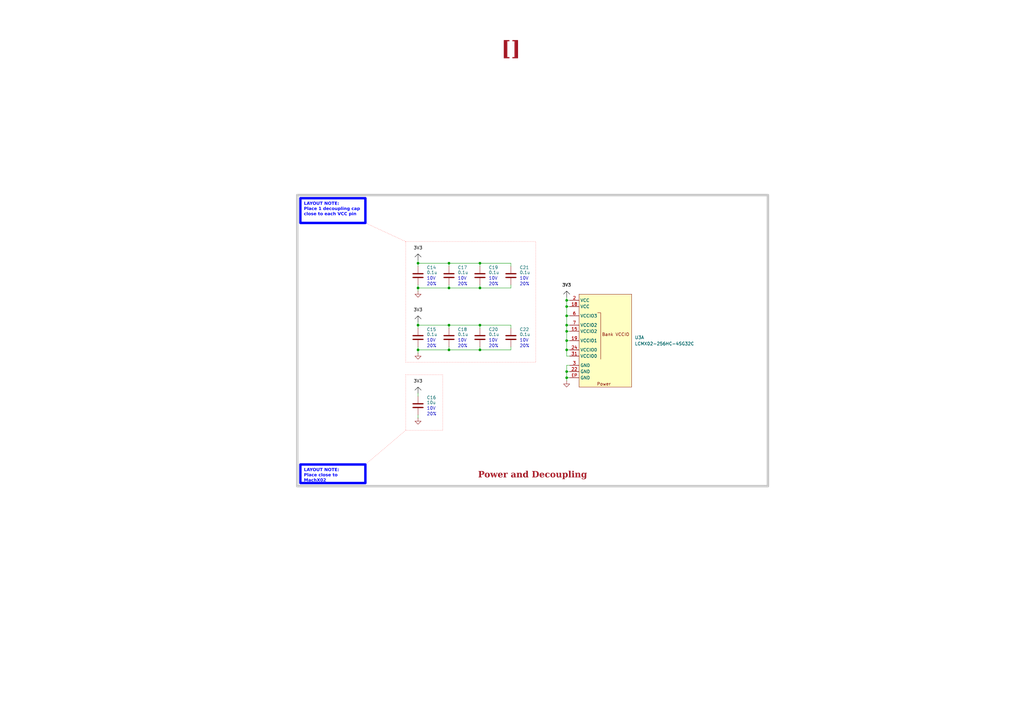
<source format=kicad_sch>
(kicad_sch (version 20250114) (generator "eeschema") (generator_version "9.0")
  (paper "A3")
  (title_block (title "Sheet Title A") (date "Last Modified Date") (rev "${REVISION}") (company "${COMPANY}"))
  (lib_symbols
    (symbol "0_FPGA:LCMX02-256HC-4SG32C"
      (property "Reference" "U" (at 10.668 16.51 0))
      (property "Value" "LCMX02-256HC-4SG32C" (at 0.254 -24.13 0))
      (symbol "LCMX02-256HC-4SG32C_1_1"
        (rectangle (start -10.16 15.24) (end 11.43 -22.86) (fill (type background)))
        (polyline (pts (xy -2.54 7.62) (xy -1.27 7.62) (xy -1.27 -11.43)))
        (text "Power" (at 0 -21.59 0) (effects (font (size 1.27 1.27))))
        (text "Bank VCCIO" (at 4.826 -1.27 0) (effects (font (size 1.27 1.27))))
        (pin power_in line (at -13.97 12.7 0) (length 3.81) (name "VCC") (number "2"))
        (pin power_in line (at -13.97 10.16 0) (length 3.81) (name "VCC") (number "18"))
        (pin power_in line (at -13.97 6.35 0) (length 3.81) (name "VCCIO3") (number "6"))
        (pin power_in line (at -13.97 2.54 0) (length 3.81) (name "VCCIO2") (number "7"))
        (pin power_in line (at -13.97 0 0) (length 3.81) (name "VCCIO2") (number "15"))
        (pin power_in line (at -13.97 -3.81 0) (length 3.81) (name "VCCIO1") (number "19"))
        (pin power_in line (at -13.97 -7.62 0) (length 3.81) (name "VCCIO0") (number "24"))
        (pin power_in line (at -13.97 -10.16 0) (length 3.81) (name "VCCIO0") (number "31"))
        (pin power_in line (at -13.97 -13.97 0) (length 3.81) (name "GND") (number "3"))
        (pin power_in line (at -13.97 -16.51 0) (length 3.81) (name "GND") (number "22"))
        (pin power_in line (at -13.97 -19.05 0) (length 3.81) (name "GND") (number "EP"))
      )
      (symbol "LCMX02-256HC-4SG32C_2_1"
        (rectangle (start -10.16 13.97) (end 11.43 -11.43) (fill (type background)))
        (text "JTAG Interface" (at 0.254 -9.906 0) (effects (font (size 1.27 1.27))))
        (text "Bank 0" (at 0.508 11.938 0) (effects (font (size 1.27 1.27))))
        (pin input line (at -12.7 7.62 0) (length 2.54) (name "JTAGENB/PT9A") (number "26"))
        (pin input line (at -12.7 3.81 0) (length 2.54) (name "TCK/PT7A") (number "30"))
        (pin input line (at -12.7 1.27 0) (length 2.54) (name "TDI/PT6D") (number "32"))
        (pin input line (at -12.7 -1.27 0) (length 2.54) (name "TMS/PT7B") (number "29"))
        (pin output line (at -12.7 -5.08 0) (length 2.54) (name "TDO/PT6C") (number "1"))
      )
      (symbol "LCMX02-256HC-4SG32C_3_1"
        (rectangle (start -16.51 17.78) (end 17.78 -17.78) (fill (type background)))
        (polyline (pts (xy -11.43 16.51) (xy -10.16 16.51) (xy -10.16 11.43)))
        (polyline (pts (xy -11.43 10.16) (xy -10.16 10.16) (xy -10.16 -12.7)))
        (polyline (pts (xy 1.27 -2.54) (xy 0 -2.54) (xy 0 -12.7)))
        (polyline (pts (xy 12.7 16.51) (xy 11.43 16.51) (xy 11.43 11.43)))
        (text "Bank 3" (at -6.35 14.224 0) (effects (font (size 1.27 1.27))))
        (text "Bank 2" (at -6.35 0 0) (effects (font (size 1.27 1.27))))
        (text "Bank 0" (at -4.064 -7.62 0) (effects (font (size 1.27 1.27))))
        (text "IO" (at 0 -16.51 0) (effects (font (size 1.27 1.27))))
        (text "Bank 1" (at 7.366 13.97 0) (effects (font (size 1.27 1.27))))
        (pin bidirectional line (at -19.05 15.24 0) (length 2.54) (name "PL5C") (number "4"))
        (pin bidirectional line (at -19.05 12.7 0) (length 2.54) (name "PL5D") (number "5"))
        (pin bidirectional line (at -19.05 8.89 0) (length 2.54) (name "PB2A") (number "8"))
        (pin bidirectional line (at -19.05 6.35 0) (length 2.54) (name "PB2C") (number "9"))
        (pin bidirectional line (at -19.05 3.81 0) (length 2.54) (name "PB2D") (number "10"))
        (pin bidirectional line (at -19.05 1.27 0) (length 2.54) (name "PB4A") (number "11"))
        (pin bidirectional line (at -19.05 -1.27 0) (length 2.54) (name "PB4B") (number "12"))
        (pin bidirectional line (at -19.05 -3.81 0) (length 2.54) (name "PB4C") (number "13"))
        (pin bidirectional line (at -19.05 -6.35 0) (length 2.54) (name "PB4D") (number "14"))
        (pin bidirectional line (at -19.05 -8.89 0) (length 2.54) (name "PB9A") (number "16"))
        (pin bidirectional line (at -19.05 -11.43 0) (length 2.54) (name "PB9B") (number "17"))
        (pin bidirectional line (at 20.32 15.24 180) (length 2.54) (name "PR5B") (number "20"))
        (pin bidirectional line (at 20.32 12.7 180) (length 2.54) (name "PR5A") (number "21"))
        (pin bidirectional line (at 20.32 -3.81 180) (length 2.54) (name "PT9D/DONE") (number "23"))
        (pin bidirectional line (at 20.32 -6.35 180) (length 2.54) (name "PT9B/PROGRAMN") (number "25"))
        (pin bidirectional line (at 20.32 -8.89 180) (length 2.54) (name "PT8D") (number "27"))
        (pin bidirectional line (at 20.32 -11.43 180) (length 2.54) (name "PT8C") (number "28"))
      )
    )
    (symbol "0_Power_Rails:3V3" (power) (in_bom no) (on_board no)
      (property "Value" "3V3" (at 0.254 4.318 0))
      (symbol "3V3_1_1"
        (polyline (pts (xy 0 0) (xy 0 2.54) (xy -1.27 1.27) (xy 0 2.54) (xy 1.27 1.27)) (stroke (width 0) (color 0 0 0 1)))
        (pin power_in line (at 0 0 90) (length 0) (hide yes) (name "") (number ""))
      )
    )
    (symbol "Device:C" (pin_numbers (hide yes)) (pin_names (offset 0.254))
      (property "Reference" "C" (at 0.635 2.54 0))
      (property "Value" "C" (at 0.635 -2.54 0))
      (symbol "C_0_1"
        (polyline (pts (xy -2.032 0.762) (xy 2.032 0.762)) (stroke (width 0.508)))
        (polyline (pts (xy -2.032 -0.762) (xy 2.032 -0.762)) (stroke (width 0.508)))
      )
      (symbol "C_1_1"
        (pin passive line (at 0 3.81 270) (length 2.794) (name "~") (number "1"))
        (pin passive line (at 0 -3.81 90) (length 2.794) (name "~") (number "2"))
      )
    )
    (symbol "power:GND" (power) (pin_numbers (hide yes)) (pin_names (offset 0) (hide yes))
      (property "Value" "GND" (at 0 -3.81 0))
      (symbol "GND_0_1"
        (polyline (pts (xy 0 0) (xy 0 -1.27) (xy 1.27 -1.27) (xy 0 -2.54) (xy -1.27 -1.27) (xy 0 -1.27)))
      )
      (symbol "GND_1_1"
        (pin power_in line (at 0 0 270) (length 0) (name "~") (number "1"))
      )
    )
  )
  (rectangle (start 166.37 153.67) (end 181.61 176.53) (stroke (width 0) (type dot) (color 255 0 0 1)))
  (rectangle (start 166.37 99.06) (end 219.71 148.59) (stroke (width 0) (type dot) (color 255 0 0 1)))
  (rectangle (start 121.92 80.01) (end 314.96 199.39) (stroke (width 1) (color 200 200 200 1)))
  (text_box "LAYOUT NOTE:\nPlace close to MachX02" (at 123.19 190.5 0) (size 26.67 7.62) (margins 1.4525 1.4525 1.4525 1.4525) (stroke (width 1) (color 0 0 255 1)) (effects (font (size 1.27 1.27) (thickness 0.4) (bold yes)) (justify left top)))
  (text_box "LAYOUT NOTE:\nPlace 1 decoupling cap close to each VCC pin" (at 123.19 81.28 0) (size 26.67 10.16) (margins 1.4525 1.4525 1.4525 1.4525) (stroke (width 1) (color 0 0 255 1)) (effects (font (size 1.27 1.27) (thickness 0.4) (bold yes)) (justify left top)))
  (text_box "[${#}] ${SHEETNAME}" (at 12.7 12.7 0) (size 393.7 15.24) (margins 4.4999 4.4999 4.4999 4.4999) (stroke (width -0.0001)) (effects (font (size 6 6) (thickness 1.2) (bold yes))))
  (text_box "Power and Decoupling" (at 123.19 190.5 0) (size 190.5 7.62) (margins 1.9049 1.9049 1.9049 1.9049) (stroke (width -0.0001)) (effects (font (size 2.54 2.54) (thickness 0.508) (bold yes)) (justify bottom)))
  (junction (at 232.41 143.51))
  (junction (at 232.41 135.89))
  (junction (at 232.41 125.73))
  (junction (at 196.85 107.95))
  (junction (at 171.45 118.11))
  (junction (at 184.15 143.51))
  (junction (at 171.45 107.95))
  (junction (at 196.85 118.11))
  (junction (at 232.41 152.4))
  (junction (at 232.41 123.19))
  (junction (at 232.41 154.94))
  (junction (at 196.85 143.51))
  (junction (at 196.85 133.35))
  (junction (at 184.15 118.11))
  (junction (at 171.45 133.35))
  (junction (at 232.41 133.35))
  (junction (at 232.41 129.54))
  (junction (at 232.41 139.7))
  (junction (at 184.15 107.95))
  (junction (at 171.45 143.51))
  (junction (at 184.15 133.35))
  (wire (pts (xy 232.41 123.19) (xy 233.68 123.19)))
  (wire (pts (xy 232.41 125.73) (xy 232.41 129.54)))
  (polyline (pts (xy 166.37 176.53) (xy 149.86 190.5)) (stroke (width 0) (type dot) (color 255 0 0 1)))
  (wire (pts (xy 171.45 143.51) (xy 184.15 143.51)))
  (wire (pts (xy 196.85 133.35) (xy 209.55 133.35)))
  (wire (pts (xy 184.15 107.95) (xy 184.15 109.22)))
  (wire (pts (xy 171.45 116.84) (xy 171.45 118.11)))
  (wire (pts (xy 184.15 143.51) (xy 196.85 143.51)))
  (wire (pts (xy 196.85 118.11) (xy 209.55 118.11)))
  (wire (pts (xy 171.45 132.08) (xy 171.45 133.35)))
  (wire (pts (xy 196.85 133.35) (xy 196.85 134.62)))
  (wire (pts (xy 171.45 107.95) (xy 184.15 107.95)))
  (wire (pts (xy 232.41 121.92) (xy 232.41 123.19)))
  (wire (pts (xy 171.45 107.95) (xy 171.45 109.22)))
  (wire (pts (xy 209.55 143.51) (xy 209.55 142.24)))
  (wire (pts (xy 232.41 129.54) (xy 232.41 133.35)))
  (wire (pts (xy 184.15 133.35) (xy 184.15 134.62)))
  (wire (pts (xy 232.41 129.54) (xy 233.68 129.54)))
  (wire (pts (xy 232.41 135.89) (xy 233.68 135.89)))
  (wire (pts (xy 171.45 106.68) (xy 171.45 107.95)))
  (wire (pts (xy 196.85 107.95) (xy 209.55 107.95)))
  (wire (pts (xy 184.15 118.11) (xy 196.85 118.11)))
  (wire (pts (xy 232.41 125.73) (xy 233.68 125.73)))
  (wire (pts (xy 196.85 107.95) (xy 196.85 109.22)))
  (wire (pts (xy 184.15 107.95) (xy 196.85 107.95)))
  (wire (pts (xy 209.55 133.35) (xy 209.55 134.62)))
  (wire (pts (xy 232.41 139.7) (xy 232.41 143.51)))
  (wire (pts (xy 184.15 142.24) (xy 184.15 143.51)))
  (wire (pts (xy 171.45 118.11) (xy 171.45 119.38)))
  (wire (pts (xy 232.41 143.51) (xy 232.41 146.05)))
  (wire (pts (xy 232.41 135.89) (xy 232.41 139.7)))
  (wire (pts (xy 196.85 116.84) (xy 196.85 118.11)))
  (wire (pts (xy 196.85 143.51) (xy 209.55 143.51)))
  (wire (pts (xy 233.68 146.05) (xy 232.41 146.05)))
  (wire (pts (xy 232.41 152.4) (xy 233.68 152.4)))
  (wire (pts (xy 171.45 118.11) (xy 184.15 118.11)))
  (wire (pts (xy 171.45 142.24) (xy 171.45 143.51)))
  (wire (pts (xy 184.15 133.35) (xy 196.85 133.35)))
  (wire (pts (xy 232.41 143.51) (xy 233.68 143.51)))
  (wire (pts (xy 171.45 133.35) (xy 184.15 133.35)))
  (wire (pts (xy 232.41 139.7) (xy 233.68 139.7)))
  (wire (pts (xy 171.45 170.18) (xy 171.45 171.45)))
  (wire (pts (xy 232.41 133.35) (xy 233.68 133.35)))
  (wire (pts (xy 196.85 142.24) (xy 196.85 143.51)))
  (wire (pts (xy 232.41 152.4) (xy 232.41 149.86)))
  (wire (pts (xy 171.45 143.51) (xy 171.45 144.78)))
  (polyline (pts (xy 166.37 99.06) (xy 149.86 91.44)) (stroke (width 0) (type dot) (color 255 0 0 1)))
  (wire (pts (xy 184.15 116.84) (xy 184.15 118.11)))
  (wire (pts (xy 209.55 107.95) (xy 209.55 109.22)))
  (wire (pts (xy 232.41 123.19) (xy 232.41 125.73)))
  (wire (pts (xy 232.41 154.94) (xy 233.68 154.94)))
  (wire (pts (xy 232.41 149.86) (xy 233.68 149.86)))
  (wire (pts (xy 171.45 133.35) (xy 171.45 134.62)))
  (wire (pts (xy 232.41 133.35) (xy 232.41 135.89)))
  (wire (pts (xy 232.41 154.94) (xy 232.41 152.4)))
  (wire (pts (xy 209.55 118.11) (xy 209.55 116.84)))
  (wire (pts (xy 171.45 161.29) (xy 171.45 162.56)))
  (wire (pts (xy 232.41 156.21) (xy 232.41 154.94)))
  (symbol (lib_id "Device:C") (at 209.55 138.43 0) (unit 1)
    (property "Reference" "C22" (at 213.106 135.128 0) (effects (justify left)))
    (property "Value" "0.1u" (at 213.106 137.16 0) (effects (justify left)))
    (property "Footprint" "Capacitor_SMD:C_0402_1005Metric" (effects (hide yes)))
    (property "Description" "0.1 µF ±10% 10V Ceramic Capacitor X5R 0402 (1005 Metric)" (effects (hide yes)))
    (property "Tolerance" "20%" (at 213.106 141.732 0) (effects (justify left)))
    (property "Rating" "10V" (at 213.106 139.446 0) (effects (justify left)))
    (property "Link" "https://www.digikey.com/en/products/detail/murata-electronics/GRM155R61A104KA01J/2610841" (effects (hide yes)))
    (property "Part Number" "GRM155R61A104KA01J" (effects (hide yes)))
  )
  (symbol (lib_id "0_Power_Rails:3V3") (at 171.45 161.29 0) (unit 1) (in_bom no) (on_board no)
    (property "Reference" "#PWR0125" (effects (hide yes)))
    (property "Value" "3V3" (at 171.45 156.21 0) (effects (font (thickness 0.1588))))
  )
  (symbol (lib_id "Device:C") (at 171.45 113.03 0) (unit 1)
    (property "Reference" "C14" (at 175.006 109.728 0) (effects (justify left)))
    (property "Value" "0.1u" (at 175.006 111.76 0) (effects (justify left)))
    (property "Footprint" "Capacitor_SMD:C_0402_1005Metric" (effects (hide yes)))
    (property "Description" "0.1 µF ±10% 10V Ceramic Capacitor X5R 0402 (1005 Metric)" (effects (hide yes)))
    (property "Tolerance" "20%" (at 175.006 116.332 0) (effects (justify left)))
    (property "Rating" "10V" (at 175.006 114.046 0) (effects (justify left)))
    (property "Link" "https://www.digikey.com/en/products/detail/murata-electronics/GRM155R61A104KA01J/2610841" (effects (hide yes)))
    (property "Part Number" "GRM155R61A104KA01J" (effects (hide yes)))
  )
  (symbol (lib_id "Device:C") (at 209.55 113.03 0) (unit 1)
    (property "Reference" "C21" (at 213.106 109.728 0) (effects (justify left)))
    (property "Value" "0.1u" (at 213.106 111.76 0) (effects (justify left)))
    (property "Footprint" "Capacitor_SMD:C_0402_1005Metric" (effects (hide yes)))
    (property "Description" "0.1 µF ±10% 10V Ceramic Capacitor X5R 0402 (1005 Metric)" (effects (hide yes)))
    (property "Tolerance" "20%" (at 213.106 116.332 0) (effects (justify left)))
    (property "Rating" "10V" (at 213.106 114.046 0) (effects (justify left)))
    (property "Link" "https://www.digikey.com/en/products/detail/murata-electronics/GRM155R61A104KA01J/2610841" (effects (hide yes)))
    (property "Part Number" "GRM155R61A104KA01J" (effects (hide yes)))
  )
  (symbol (lib_id "Device:C") (at 171.45 166.37 0) (unit 1)
    (property "Reference" "C16" (at 175.006 163.068 0) (effects (justify left)))
    (property "Value" "10u" (at 175.006 165.1 0) (effects (justify left)))
    (property "Footprint" "Capacitor_SMD:C_0402_1005Metric" (effects (hide yes)))
    (property "Description" "10 µF ±20% 10V Ceramic Capacitor X5R 0402 (1005 Metric)" (effects (hide yes)))
    (property "Tolerance" "20%" (at 175.006 169.672 0) (effects (justify left)))
    (property "Rating" "10V" (at 175.006 167.386 0) (effects (justify left)))
    (property "Link" "https://www.digikey.com/en/products/detail/murata-electronics/GRM155R61A106ME11D/12091056" (effects (hide yes)))
    (property "Part Number" "GRM155R61A106ME11D" (effects (hide yes)))
  )
  (symbol (lib_id "Device:C") (at 184.15 113.03 0) (unit 1)
    (property "Reference" "C17" (at 187.706 109.728 0) (effects (justify left)))
    (property "Value" "0.1u" (at 187.706 111.76 0) (effects (justify left)))
    (property "Footprint" "Capacitor_SMD:C_0402_1005Metric" (effects (hide yes)))
    (property "Description" "0.1 µF ±10% 10V Ceramic Capacitor X5R 0402 (1005 Metric)" (effects (hide yes)))
    (property "Tolerance" "20%" (at 187.706 116.332 0) (effects (justify left)))
    (property "Rating" "10V" (at 187.706 114.046 0) (effects (justify left)))
    (property "Link" "https://www.digikey.com/en/products/detail/murata-electronics/GRM155R61A104KA01J/2610841" (effects (hide yes)))
    (property "Part Number" "GRM155R61A104KA01J" (effects (hide yes)))
  )
  (symbol (lib_id "power:GND") (at 171.45 171.45 0) (unit 1)
    (property "Reference" "#PWR0124" (effects (hide yes)))
    (property "Value" "GND" (effects (hide yes)))
    (property "Description" "Power symbol creates a global label with name \"GND\" , ground" (effects (hide yes)))
  )
  (symbol (lib_id "Device:C") (at 171.45 138.43 0) (unit 1)
    (property "Reference" "C15" (at 175.006 135.128 0) (effects (justify left)))
    (property "Value" "0.1u" (at 175.006 137.16 0) (effects (justify left)))
    (property "Footprint" "Capacitor_SMD:C_0402_1005Metric" (effects (hide yes)))
    (property "Description" "0.1 µF ±10% 10V Ceramic Capacitor X5R 0402 (1005 Metric)" (effects (hide yes)))
    (property "Tolerance" "20%" (at 175.006 141.732 0) (effects (justify left)))
    (property "Rating" "10V" (at 175.006 139.446 0) (effects (justify left)))
    (property "Link" "https://www.digikey.com/en/products/detail/murata-electronics/GRM155R61A104KA01J/2610841" (effects (hide yes)))
    (property "Part Number" "GRM155R61A104KA01J" (effects (hide yes)))
  )
  (symbol (lib_id "Device:C") (at 184.15 138.43 0) (unit 1)
    (property "Reference" "C18" (at 187.706 135.128 0) (effects (justify left)))
    (property "Value" "0.1u" (at 187.706 137.16 0) (effects (justify left)))
    (property "Footprint" "Capacitor_SMD:C_0402_1005Metric" (effects (hide yes)))
    (property "Description" "0.1 µF ±10% 10V Ceramic Capacitor X5R 0402 (1005 Metric)" (effects (hide yes)))
    (property "Tolerance" "20%" (at 187.706 141.732 0) (effects (justify left)))
    (property "Rating" "10V" (at 187.706 139.446 0) (effects (justify left)))
    (property "Link" "https://www.digikey.com/en/products/detail/murata-electronics/GRM155R61A104KA01J/2610841" (effects (hide yes)))
    (property "Part Number" "GRM155R61A104KA01J" (effects (hide yes)))
  )
  (symbol (lib_id "power:GND") (at 232.41 156.21 0) (unit 1)
    (property "Reference" "#PWR0119" (effects (hide yes)))
    (property "Value" "GND" (effects (hide yes)))
    (property "Description" "Power symbol creates a global label with name \"GND\" , ground" (effects (hide yes)))
  )
  (symbol (lib_id "0_FPGA:LCMX02-256HC-4SG32C") (at 247.65 135.89 0) (unit 1)
    (property "Reference" "U3" (at 260.35 138.4299 0) (effects (justify left)))
    (property "Value" "LCMX02-256HC-4SG32C" (at 260.35 140.9699 0) (effects (justify left)))
    (property "Footprint" "0_FPGA:kicad_QFN-32-1EP_5x5mm_P0.5mm_EP3.2x3.2mm" (effects (hide yes)))
    (property "Datasheet" "kicad-embed://FPGA-DS-02056-4-6-MachXO2-Family-Data-Sheet.pdf" (effects (hide yes)))
    (property "Description" "MachXO2 Field Programmable Gate Array (FPGA) IC 21 256 32-UFQFN Exposed Pad" (effects (hide yes)))
    (property "Link" "https://www.digikey.com/en/products/detail/lattice-semiconductor-corporation/lcmxo2-256hc-4sg32c/3232671" (effects (hide yes)))
    (property "Part Number" "LCMXO2-256HC-4SG32C" (effects (hide yes)))
  )
  (symbol (lib_id "0_Power_Rails:3V3") (at 232.41 121.92 0) (unit 1) (in_bom no) (on_board no)
    (property "Reference" "#PWR0121" (effects (hide yes)))
    (property "Value" "3V3" (at 232.41 116.84 0) (effects (font (thickness 0.1588))))
  )
  (symbol (lib_id "Device:C") (at 196.85 138.43 0) (unit 1)
    (property "Reference" "C20" (at 200.406 135.128 0) (effects (justify left)))
    (property "Value" "0.1u" (at 200.406 137.16 0) (effects (justify left)))
    (property "Footprint" "Capacitor_SMD:C_0402_1005Metric" (effects (hide yes)))
    (property "Description" "0.1 µF ±10% 10V Ceramic Capacitor X5R 0402 (1005 Metric)" (effects (hide yes)))
    (property "Tolerance" "20%" (at 200.406 141.732 0) (effects (justify left)))
    (property "Rating" "10V" (at 200.406 139.446 0) (effects (justify left)))
    (property "Link" "https://www.digikey.com/en/products/detail/murata-electronics/GRM155R61A104KA01J/2610841" (effects (hide yes)))
    (property "Part Number" "GRM155R61A104KA01J" (effects (hide yes)))
  )
  (symbol (lib_id "Device:C") (at 196.85 113.03 0) (unit 1)
    (property "Reference" "C19" (at 200.406 109.728 0) (effects (justify left)))
    (property "Value" "0.1u" (at 200.406 111.76 0) (effects (justify left)))
    (property "Footprint" "Capacitor_SMD:C_0402_1005Metric" (effects (hide yes)))
    (property "Description" "0.1 µF ±10% 10V Ceramic Capacitor X5R 0402 (1005 Metric)" (effects (hide yes)))
    (property "Tolerance" "20%" (at 200.406 116.332 0) (effects (justify left)))
    (property "Rating" "10V" (at 200.406 114.046 0) (effects (justify left)))
    (property "Link" "https://www.digikey.com/en/products/detail/murata-electronics/GRM155R61A104KA01J/2610841" (effects (hide yes)))
    (property "Part Number" "GRM155R61A104KA01J" (effects (hide yes)))
  )
  (symbol (lib_id "0_Power_Rails:3V3") (at 171.45 106.68 0) (unit 1) (in_bom no) (on_board no)
    (property "Reference" "#PWR0120" (effects (hide yes)))
    (property "Value" "3V3" (at 171.45 101.6 0) (effects (font (thickness 0.1588))))
  )
  (symbol (lib_id "power:GND") (at 171.45 119.38 0) (unit 1)
    (property "Reference" "#PWR0122" (effects (hide yes)))
    (property "Value" "GND" (effects (hide yes)))
    (property "Description" "Power symbol creates a global label with name \"GND\" , ground" (effects (hide yes)))
  )
  (symbol (lib_id "power:GND") (at 171.45 144.78 0) (unit 1)
    (property "Reference" "#PWR0126" (effects (hide yes)))
    (property "Value" "GND" (effects (hide yes)))
    (property "Description" "Power symbol creates a global label with name \"GND\" , ground" (effects (hide yes)))
  )
  (symbol (lib_id "0_Power_Rails:3V3") (at 171.45 132.08 0) (unit 1) (in_bom no) (on_board no)
    (property "Reference" "#PWR0123" (effects (hide yes)))
    (property "Value" "3V3" (at 171.45 127 0) (effects (font (thickness 0.1588))))
  )
)
</source>
